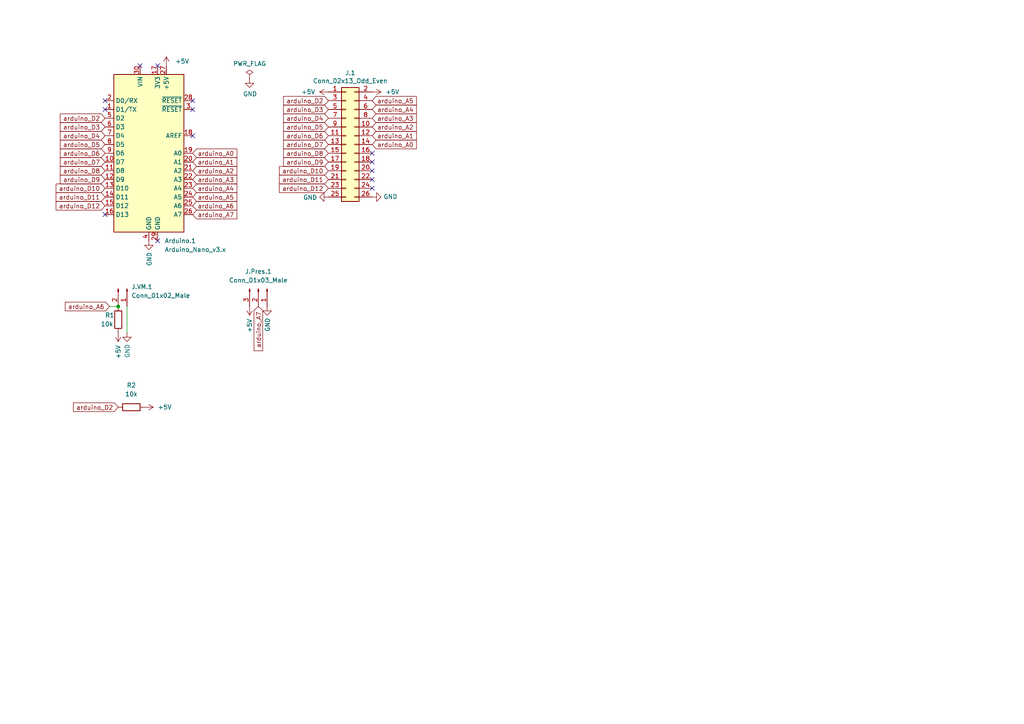
<source format=kicad_sch>
(kicad_sch (version 20211123) (generator eeschema)
  (paper "A4")
  (lib_symbols
    (symbol "Connector:Conn_01x02_Male" (pin_names (offset 1.016) hide)
      (property "Reference" "J" (at 0 2.54 0))
      (property "Value" "Conn_01x02_Male" (at 0 -5.08 0))
      (symbol "Conn_01x02_Male_1_1"
        (polyline (pts (xy 1.27 -2.54) (xy 0.8636 -2.54)) (stroke (width 0.1524)))
        (polyline (pts (xy 1.27 0) (xy 0.8636 0)) (stroke (width 0.1524)))
        (rectangle (start 0.8636 -2.413) (end 0 -2.667) (stroke (width 0.1524)) (fill (type outline)))
        (rectangle (start 0.8636 0.127) (end 0 -0.127) (stroke (width 0.1524)) (fill (type outline)))
        (pin passive line (at 5.08 0 180) (length 3.81) (name "Pin_1") (number "1"))
        (pin passive line (at 5.08 -2.54 180) (length 3.81) (name "Pin_2") (number "2"))
      )
    )
    (symbol "Connector:Conn_01x03_Male" (pin_names (offset 1.016) hide)
      (property "Reference" "J" (at 0 5.08 0))
      (property "Value" "Conn_01x03_Male" (at 0 -5.08 0))
      (symbol "Conn_01x03_Male_1_1"
        (polyline (pts (xy 1.27 -2.54) (xy 0.8636 -2.54)) (stroke (width 0.1524)))
        (polyline (pts (xy 1.27 0) (xy 0.8636 0)) (stroke (width 0.1524)))
        (polyline (pts (xy 1.27 2.54) (xy 0.8636 2.54)) (stroke (width 0.1524)))
        (rectangle (start 0.8636 -2.413) (end 0 -2.667) (stroke (width 0.1524)) (fill (type outline)))
        (rectangle (start 0.8636 0.127) (end 0 -0.127) (stroke (width 0.1524)) (fill (type outline)))
        (rectangle (start 0.8636 2.667) (end 0 2.413) (stroke (width 0.1524)) (fill (type outline)))
        (pin passive line (at 5.08 2.54 180) (length 3.81) (name "Pin_1") (number "1"))
        (pin passive line (at 5.08 0 180) (length 3.81) (name "Pin_2") (number "2"))
        (pin passive line (at 5.08 -2.54 180) (length 3.81) (name "Pin_3") (number "3"))
      )
    )
    (symbol "Connector_Generic:Conn_02x13_Odd_Even" (pin_names (offset 1.016) hide)
      (property "Reference" "J" (at 1.27 17.78 0))
      (property "Value" "Conn_02x13_Odd_Even" (at 1.27 -17.78 0))
      (symbol "Conn_02x13_Odd_Even_1_1"
        (rectangle (start -1.27 -15.113) (end 0 -15.367) (stroke (width 0.1524)))
        (rectangle (start -1.27 -12.573) (end 0 -12.827) (stroke (width 0.1524)))
        (rectangle (start -1.27 -10.033) (end 0 -10.287) (stroke (width 0.1524)))
        (rectangle (start -1.27 -7.493) (end 0 -7.747) (stroke (width 0.1524)))
        (rectangle (start -1.27 -4.953) (end 0 -5.207) (stroke (width 0.1524)))
        (rectangle (start -1.27 -2.413) (end 0 -2.667) (stroke (width 0.1524)))
        (rectangle (start -1.27 0.127) (end 0 -0.127) (stroke (width 0.1524)))
        (rectangle (start -1.27 2.667) (end 0 2.413) (stroke (width 0.1524)))
        (rectangle (start -1.27 5.207) (end 0 4.953) (stroke (width 0.1524)))
        (rectangle (start -1.27 7.747) (end 0 7.493) (stroke (width 0.1524)))
        (rectangle (start -1.27 10.287) (end 0 10.033) (stroke (width 0.1524)))
        (rectangle (start -1.27 12.827) (end 0 12.573) (stroke (width 0.1524)))
        (rectangle (start -1.27 15.367) (end 0 15.113) (stroke (width 0.1524)))
        (rectangle (start -1.27 16.51) (end 3.81 -16.51) (stroke (width 0.254)) (fill (type background)))
        (rectangle (start 3.81 -15.113) (end 2.54 -15.367) (stroke (width 0.1524)))
        (rectangle (start 3.81 -12.573) (end 2.54 -12.827) (stroke (width 0.1524)))
        (rectangle (start 3.81 -10.033) (end 2.54 -10.287) (stroke (width 0.1524)))
        (rectangle (start 3.81 -7.493) (end 2.54 -7.747) (stroke (width 0.1524)))
        (rectangle (start 3.81 -4.953) (end 2.54 -5.207) (stroke (width 0.1524)))
        (rectangle (start 3.81 -2.413) (end 2.54 -2.667) (stroke (width 0.1524)))
        (rectangle (start 3.81 0.127) (end 2.54 -0.127) (stroke (width 0.1524)))
        (rectangle (start 3.81 2.667) (end 2.54 2.413) (stroke (width 0.1524)))
        (rectangle (start 3.81 5.207) (end 2.54 4.953) (stroke (width 0.1524)))
        (rectangle (start 3.81 7.747) (end 2.54 7.493) (stroke (width 0.1524)))
        (rectangle (start 3.81 10.287) (end 2.54 10.033) (stroke (width 0.1524)))
        (rectangle (start 3.81 12.827) (end 2.54 12.573) (stroke (width 0.1524)))
        (rectangle (start 3.81 15.367) (end 2.54 15.113) (stroke (width 0.1524)))
        (pin passive line (at -5.08 15.24 0) (length 3.81) (name "Pin_1") (number "1"))
        (pin passive line (at 7.62 5.08 180) (length 3.81) (name "Pin_10") (number "10"))
        (pin passive line (at -5.08 2.54 0) (length 3.81) (name "Pin_11") (number "11"))
        (pin passive line (at 7.62 2.54 180) (length 3.81) (name "Pin_12") (number "12"))
        (pin passive line (at -5.08 0 0) (length 3.81) (name "Pin_13") (number "13"))
        (pin passive line (at 7.62 0 180) (length 3.81) (name "Pin_14") (number "14"))
        (pin passive line (at -5.08 -2.54 0) (length 3.81) (name "Pin_15") (number "15"))
        (pin passive line (at 7.62 -2.54 180) (length 3.81) (name "Pin_16") (number "16"))
        (pin passive line (at -5.08 -5.08 0) (length 3.81) (name "Pin_17") (number "17"))
        (pin passive line (at 7.62 -5.08 180) (length 3.81) (name "Pin_18") (number "18"))
        (pin passive line (at -5.08 -7.62 0) (length 3.81) (name "Pin_19") (number "19"))
        (pin passive line (at 7.62 15.24 180) (length 3.81) (name "Pin_2") (number "2"))
        (pin passive line (at 7.62 -7.62 180) (length 3.81) (name "Pin_20") (number "20"))
        (pin passive line (at -5.08 -10.16 0) (length 3.81) (name "Pin_21") (number "21"))
        (pin passive line (at 7.62 -10.16 180) (length 3.81) (name "Pin_22") (number "22"))
        (pin passive line (at -5.08 -12.7 0) (length 3.81) (name "Pin_23") (number "23"))
        (pin passive line (at 7.62 -12.7 180) (length 3.81) (name "Pin_24") (number "24"))
        (pin passive line (at -5.08 -15.24 0) (length 3.81) (name "Pin_25") (number "25"))
        (pin passive line (at 7.62 -15.24 180) (length 3.81) (name "Pin_26") (number "26"))
        (pin passive line (at -5.08 12.7 0) (length 3.81) (name "Pin_3") (number "3"))
        (pin passive line (at 7.62 12.7 180) (length 3.81) (name "Pin_4") (number "4"))
        (pin passive line (at -5.08 10.16 0) (length 3.81) (name "Pin_5") (number "5"))
        (pin passive line (at 7.62 10.16 180) (length 3.81) (name "Pin_6") (number "6"))
        (pin passive line (at -5.08 7.62 0) (length 3.81) (name "Pin_7") (number "7"))
        (pin passive line (at 7.62 7.62 180) (length 3.81) (name "Pin_8") (number "8"))
        (pin passive line (at -5.08 5.08 0) (length 3.81) (name "Pin_9") (number "9"))
      )
    )
    (symbol "Device:R" (pin_numbers hide) (pin_names (offset 0))
      (property "Reference" "R" (at 2.032 0 90))
      (property "Value" "R" (at 0 0 90))
      (symbol "R_0_1"
        (rectangle (start -1.016 -2.54) (end 1.016 2.54) (stroke (width 0.254)))
      )
      (symbol "R_1_1"
        (pin passive line (at 0 3.81 270) (length 1.27) (name "~") (number "1"))
        (pin passive line (at 0 -3.81 90) (length 1.27) (name "~") (number "2"))
      )
    )
    (symbol "MCU_Module:Arduino_Nano_v3.x"
      (property "Reference" "A" (at -10.16 23.495 0))
      (property "Value" "Arduino_Nano_v3.x" (at 5.08 -24.13 0))
      (symbol "Arduino_Nano_v3.x_0_1"
        (rectangle (start -10.16 22.86) (end 10.16 -22.86) (stroke (width 0.254)) (fill (type background)))
      )
      (symbol "Arduino_Nano_v3.x_1_1"
        (pin bidirectional line (at -12.7 12.7 0) (length 2.54) (name "D1/TX") (number "1"))
        (pin bidirectional line (at -12.7 -2.54 0) (length 2.54) (name "D7") (number "10"))
        (pin bidirectional line (at -12.7 -5.08 0) (length 2.54) (name "D8") (number "11"))
        (pin bidirectional line (at -12.7 -7.62 0) (length 2.54) (name "D9") (number "12"))
        (pin bidirectional line (at -12.7 -10.16 0) (length 2.54) (name "D10") (number "13"))
        (pin bidirectional line (at -12.7 -12.7 0) (length 2.54) (name "D11") (number "14"))
        (pin bidirectional line (at -12.7 -15.24 0) (length 2.54) (name "D12") (number "15"))
        (pin bidirectional line (at -12.7 -17.78 0) (length 2.54) (name "D13") (number "16"))
        (pin power_out line (at 2.54 25.4 270) (length 2.54) (name "3V3") (number "17"))
        (pin input line (at 12.7 5.08 180) (length 2.54) (name "AREF") (number "18"))
        (pin bidirectional line (at 12.7 0 180) (length 2.54) (name "A0") (number "19"))
        (pin bidirectional line (at -12.7 15.24 0) (length 2.54) (name "D0/RX") (number "2"))
        (pin bidirectional line (at 12.7 -2.54 180) (length 2.54) (name "A1") (number "20"))
        (pin bidirectional line (at 12.7 -5.08 180) (length 2.54) (name "A2") (number "21"))
        (pin bidirectional line (at 12.7 -7.62 180) (length 2.54) (name "A3") (number "22"))
        (pin bidirectional line (at 12.7 -10.16 180) (length 2.54) (name "A4") (number "23"))
        (pin bidirectional line (at 12.7 -12.7 180) (length 2.54) (name "A5") (number "24"))
        (pin bidirectional line (at 12.7 -15.24 180) (length 2.54) (name "A6") (number "25"))
        (pin bidirectional line (at 12.7 -17.78 180) (length 2.54) (name "A7") (number "26"))
        (pin power_out line (at 5.08 25.4 270) (length 2.54) (name "+5V") (number "27"))
        (pin input line (at 12.7 15.24 180) (length 2.54) (name "~{RESET}") (number "28"))
        (pin power_in line (at 2.54 -25.4 90) (length 2.54) (name "GND") (number "29"))
        (pin input line (at 12.7 12.7 180) (length 2.54) (name "~{RESET}") (number "3"))
        (pin power_in line (at -2.54 25.4 270) (length 2.54) (name "VIN") (number "30"))
        (pin power_in line (at 0 -25.4 90) (length 2.54) (name "GND") (number "4"))
        (pin bidirectional line (at -12.7 10.16 0) (length 2.54) (name "D2") (number "5"))
        (pin bidirectional line (at -12.7 7.62 0) (length 2.54) (name "D3") (number "6"))
        (pin bidirectional line (at -12.7 5.08 0) (length 2.54) (name "D4") (number "7"))
        (pin bidirectional line (at -12.7 2.54 0) (length 2.54) (name "D5") (number "8"))
        (pin bidirectional line (at -12.7 0 0) (length 2.54) (name "D6") (number "9"))
      )
    )
    (symbol "power:+5V" (power) (pin_names (offset 0))
      (property "Value" "+5V" (at 0 3.556 0))
      (symbol "+5V_0_1"
        (polyline (pts (xy -0.762 1.27) (xy 0 2.54)))
        (polyline (pts (xy 0 0) (xy 0 2.54)))
        (polyline (pts (xy 0 2.54) (xy 0.762 1.27)))
      )
      (symbol "+5V_1_1"
        (pin power_in line (at 0 0 90) (length 0) hide (name "+5V") (number "1"))
      )
    )
    (symbol "power:GND" (power) (pin_names (offset 0))
      (property "Value" "GND" (at 0 -3.81 0))
      (symbol "GND_0_1"
        (polyline (pts (xy 0 0) (xy 0 -1.27) (xy 1.27 -1.27) (xy 0 -2.54) (xy -1.27 -1.27) (xy 0 -1.27)))
      )
      (symbol "GND_1_1"
        (pin power_in line (at 0 0 270) (length 0) hide (name "GND") (number "1"))
      )
    )
    (symbol "power:PWR_FLAG" (power) (pin_numbers hide) (pin_names (offset 0) hide)
      (property "Value" "PWR_FLAG" (at 0 3.81 0))
      (symbol "PWR_FLAG_0_0"
        (pin power_out line (at 0 0 90) (length 0) (name "pwr") (number "1"))
      )
      (symbol "PWR_FLAG_0_1"
        (polyline (pts (xy 0 0) (xy 0 1.27) (xy -1.016 1.905) (xy 0 2.54) (xy 1.016 1.905) (xy 0 1.27)))
      )
    )
  )
  (junction (at 34.29 88.9))
  (no_connect (at 107.95 54.61))
  (no_connect (at 45.72 69.85))
  (no_connect (at 30.48 62.23))
  (no_connect (at 107.95 52.07))
  (no_connect (at 107.95 49.53))
  (no_connect (at 40.64 19.05))
  (no_connect (at 45.72 19.05))
  (no_connect (at 55.88 29.21))
  (no_connect (at 30.48 31.75))
  (no_connect (at 30.48 29.21))
  (no_connect (at 55.88 39.37))
  (no_connect (at 55.88 31.75))
  (no_connect (at 107.95 44.45))
  (no_connect (at 107.95 46.99))
  (wire (pts (xy 36.83 88.9) (xy 36.83 96.52)))
  (wire (pts (xy 31.75 88.9) (xy 34.29 88.9)))
  (global_label "arduino_D5" (shape input) (at 95.25 36.83 180) (property "Intersheet References" "${INTERSHEET_REFS}" (effects hide)))
  (global_label "arduino_D5" (shape input) (at 30.48 41.91 180) (property "Intersheet References" "${INTERSHEET_REFS}" (effects hide)))
  (global_label "arduino_A5" (shape input) (at 107.95 29.21 0) (property "Intersheet References" "${INTERSHEET_REFS}" (effects hide)))
  (global_label "arduino_A5" (shape input) (at 55.88 57.15 0) (property "Intersheet References" "${INTERSHEET_REFS}" (effects hide)))
  (global_label "arduino_D6" (shape input) (at 95.25 39.37 180) (property "Intersheet References" "${INTERSHEET_REFS}" (effects hide)))
  (global_label "arduino_D2" (shape input) (at 34.29 118.11 180) (property "Intersheet References" "${INTERSHEET_REFS}" (effects hide)))
  (global_label "arduino_A6" (shape input) (at 55.88 59.69 0) (property "Intersheet References" "${INTERSHEET_REFS}" (effects hide)))
  (global_label "arduino_D11" (shape input) (at 95.25 52.07 180) (property "Intersheet References" "${INTERSHEET_REFS}" (effects hide)))
  (global_label "arduino_A3" (shape input) (at 55.88 52.07 0) (property "Intersheet References" "${INTERSHEET_REFS}" (effects hide)))
  (global_label "arduino_A0" (shape input) (at 55.88 44.45 0) (property "Intersheet References" "${INTERSHEET_REFS}" (effects hide)))
  (global_label "arduino_D2" (shape input) (at 95.25 29.21 180) (property "Intersheet References" "${INTERSHEET_REFS}" (effects hide)))
  (global_label "arduino_A2" (shape input) (at 107.95 36.83 0) (property "Intersheet References" "${INTERSHEET_REFS}" (effects hide)))
  (global_label "arduino_D12" (shape input) (at 30.48 59.69 180) (property "Intersheet References" "${INTERSHEET_REFS}" (effects hide)))
  (global_label "arduino_A2" (shape input) (at 55.88 49.53 0) (property "Intersheet References" "${INTERSHEET_REFS}" (effects hide)))
  (global_label "arduino_A1" (shape input) (at 107.95 39.37 0) (property "Intersheet References" "${INTERSHEET_REFS}" (effects hide)))
  (global_label "arduino_D12" (shape input) (at 95.25 54.61 180) (property "Intersheet References" "${INTERSHEET_REFS}" (effects hide)))
  (global_label "arduino_D4" (shape input) (at 95.25 34.29 180) (property "Intersheet References" "${INTERSHEET_REFS}" (effects hide)))
  (global_label "arduino_D3" (shape input) (at 30.48 36.83 180) (property "Intersheet References" "${INTERSHEET_REFS}" (effects hide)))
  (global_label "arduino_D9" (shape input) (at 95.25 46.99 180) (property "Intersheet References" "${INTERSHEET_REFS}" (effects hide)))
  (global_label "arduino_A4" (shape input) (at 55.88 54.61 0) (property "Intersheet References" "${INTERSHEET_REFS}" (effects hide)))
  (global_label "arduino_A7" (shape input) (at 74.93 88.9 270) (property "Intersheet References" "${INTERSHEET_REFS}" (effects hide)))
  (global_label "arduino_A6" (shape input) (at 31.75 88.9 180) (property "Intersheet References" "${INTERSHEET_REFS}" (effects hide)))
  (global_label "arduino_D10" (shape input) (at 95.25 49.53 180) (property "Intersheet References" "${INTERSHEET_REFS}" (effects hide)))
  (global_label "arduino_D11" (shape input) (at 30.48 57.15 180) (property "Intersheet References" "${INTERSHEET_REFS}" (effects hide)))
  (global_label "arduino_A3" (shape input) (at 107.95 34.29 0) (property "Intersheet References" "${INTERSHEET_REFS}" (effects hide)))
  (global_label "arduino_D8" (shape input) (at 30.48 49.53 180) (property "Intersheet References" "${INTERSHEET_REFS}" (effects hide)))
  (global_label "arduino_D3" (shape input) (at 95.25 31.75 180) (property "Intersheet References" "${INTERSHEET_REFS}" (effects hide)))
  (global_label "arduino_D9" (shape input) (at 30.48 52.07 180) (property "Intersheet References" "${INTERSHEET_REFS}" (effects hide)))
  (global_label "arduino_A4" (shape input) (at 107.95 31.75 0) (property "Intersheet References" "${INTERSHEET_REFS}" (effects hide)))
  (global_label "arduino_D7" (shape input) (at 30.48 46.99 180) (property "Intersheet References" "${INTERSHEET_REFS}" (effects hide)))
  (global_label "arduino_D4" (shape input) (at 30.48 39.37 180) (property "Intersheet References" "${INTERSHEET_REFS}" (effects hide)))
  (global_label "arduino_D7" (shape input) (at 95.25 41.91 180) (property "Intersheet References" "${INTERSHEET_REFS}" (effects hide)))
  (global_label "arduino_D2" (shape input) (at 30.48 34.29 180) (property "Intersheet References" "${INTERSHEET_REFS}" (effects hide)))
  (global_label "arduino_D10" (shape input) (at 30.48 54.61 180) (property "Intersheet References" "${INTERSHEET_REFS}" (effects hide)))
  (global_label "arduino_D6" (shape input) (at 30.48 44.45 180) (property "Intersheet References" "${INTERSHEET_REFS}" (effects hide)))
  (global_label "arduino_D8" (shape input) (at 95.25 44.45 180) (property "Intersheet References" "${INTERSHEET_REFS}" (effects hide)))
  (global_label "arduino_A1" (shape input) (at 55.88 46.99 0) (property "Intersheet References" "${INTERSHEET_REFS}" (effects hide)))
  (global_label "arduino_A0" (shape input) (at 107.95 41.91 0) (property "Intersheet References" "${INTERSHEET_REFS}" (effects hide)))
  (global_label "arduino_A7" (shape input) (at 55.88 62.23 0) (property "Intersheet References" "${INTERSHEET_REFS}" (effects hide)))
  (symbol (lib_id "power:+5V") (at 34.29 96.52 180) (unit 1)
    (property "Reference" "#PWR0111" (effects hide))
    (property "Value" "+5V" (at 34.29 104.14 90) (effects (justify right)))
  )
  (symbol (lib_id "power:PWR_FLAG") (at 72.39 22.86 0) (unit 1)
    (property "Reference" "#FLG0101" (effects hide))
    (property "Value" "PWR_FLAG" (at 72.39 18.4658 0))
  )
  (symbol (lib_id "Connector:Conn_01x03_Male") (at 74.93 83.82 270) (unit 1)
    (property "Reference" "J.Pres.1" (at 74.93 78.74 90))
    (property "Value" "Conn_01x03_Male" (at 74.93 81.28 90))
    (property "Footprint" "Connector_Molex:Molex_KK-254_AE-6410-03A_1x03_P2.54mm_Vertical" (effects hide))
  )
  (symbol (lib_id "power:+5V") (at 107.95 26.67 270) (unit 1)
    (property "Reference" "#PWR0107" (effects hide))
    (property "Value" "+5V" (at 111.76 26.6699 90) (effects (justify left)))
  )
  (symbol (lib_id "power:+5V") (at 41.91 118.11 270) (unit 1)
    (property "Reference" "#PWR0112" (effects hide))
    (property "Value" "+5V" (at 45.72 118.1099 90) (effects (justify left)))
  )
  (symbol (lib_id "Connector_Generic:Conn_02x13_Odd_Even") (at 100.33 41.91 0) (unit 1)
    (property "Reference" "J.1" (at 101.6 21.1582 0))
    (property "Value" "Conn_02x13_Odd_Even" (at 101.6 23.4696 0))
    (property "Footprint" "Connector_IDC:IDC-Header_2x13_P2.54mm_Vertical" (effects hide))
  )
  (symbol (lib_id "power:GND") (at 72.39 22.86 0) (unit 1)
    (property "Reference" "#PWR0103" (effects hide))
    (property "Value" "GND" (at 72.517 27.2542 0))
  )
  (symbol (lib_id "power:+5V") (at 95.25 26.67 90) (unit 1)
    (property "Reference" "#PWR0105" (effects hide))
    (property "Value" "+5V" (at 91.44 26.6699 90) (effects (justify left)))
  )
  (symbol (lib_id "MCU_Module:Arduino_Nano_v3.x") (at 43.18 44.45 0) (unit 1)
    (property "Reference" "Arduino.1" (at 47.7394 69.85 0) (effects (justify left)))
    (property "Value" "Arduino_Nano_v3.x" (at 47.7394 72.39 0) (effects (justify left)))
    (property "Footprint" "Module:Arduino_Nano" (effects hide))
    (property "Datasheet" "http://www.mouser.com/pdfdocs/Gravitech_Arduino_Nano3_0.pdf" (effects hide))
  )
  (symbol (lib_id "power:GND") (at 107.95 57.15 90) (unit 1)
    (property "Reference" "#PWR0106" (effects hide))
    (property "Value" "GND" (at 111.2012 57.023 90) (effects (justify right)))
  )
  (symbol (lib_id "power:GND") (at 43.18 69.85 0) (unit 1)
    (property "Reference" "#PWR0102" (effects hide))
    (property "Value" "GND" (at 43.307 73.1012 90) (effects (justify right)))
  )
  (symbol (lib_id "power:GND") (at 95.25 57.15 270) (unit 1)
    (property "Reference" "#PWR0104" (effects hide))
    (property "Value" "GND" (at 91.9988 57.277 90) (effects (justify right)))
  )
  (symbol (lib_id "power:+5V") (at 48.26 19.05 0) (unit 1)
    (property "Reference" "#PWR0101" (effects hide))
    (property "Value" "+5V" (at 50.8 17.7799 0) (effects (justify left)))
  )
  (symbol (lib_id "Device:R") (at 38.1 118.11 90) (unit 1)
    (property "Reference" "R2" (at 38.1 111.76 90))
    (property "Value" "10k" (at 38.1 114.3 90))
    (property "Footprint" "Resistor_SMD:R_1206_3216Metric_Pad1.30x1.75mm_HandSolder" (effects hide))
  )
  (symbol (lib_id "power:GND") (at 36.83 96.52 0) (unit 1)
    (property "Reference" "#PWR0110" (effects hide))
    (property "Value" "GND" (at 36.957 99.7712 90) (effects (justify right)))
  )
  (symbol (lib_id "Connector:Conn_01x02_Male") (at 36.83 83.82 270) (unit 1)
    (property "Reference" "J.VM.1" (at 38.1 83.1849 90) (effects (justify left)))
    (property "Value" "Conn_01x02_Male" (at 38.1 85.7249 90) (effects (justify left)))
    (property "Footprint" "Connector_Molex:Molex_KK-254_AE-6410-02A_1x02_P2.54mm_Vertical" (effects hide))
  )
  (symbol (lib_id "power:+5V") (at 72.39 88.9 180) (unit 1)
    (property "Reference" "#PWR0109" (effects hide))
    (property "Value" "+5V" (at 72.39 96.52 90) (effects (justify right)))
  )
  (symbol (lib_id "Device:R") (at 34.29 92.71 0) (unit 1)
    (property "Reference" "R1" (at 30.48 91.44 0) (effects (justify left)))
    (property "Value" "10k" (at 29.21 93.98 0) (effects (justify left)))
    (property "Footprint" "Resistor_SMD:R_1206_3216Metric_Pad1.30x1.75mm_HandSolder" (effects hide))
  )
  (symbol (lib_id "power:GND") (at 77.47 88.9 0) (unit 1)
    (property "Reference" "#PWR0108" (effects hide))
    (property "Value" "GND" (at 77.597 92.1512 90) (effects (justify right)))
  )
)
</source>
